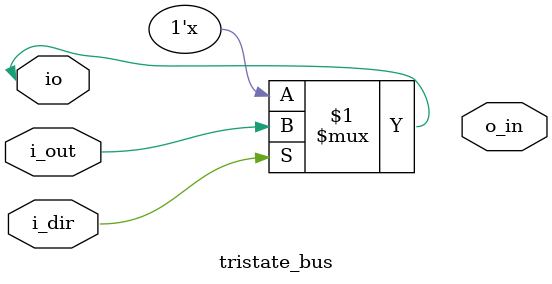
<source format=v>
module tristate (
        // Control side
        input wire  i_dir,
        input wire  i_out,
        output wire o_in,

        inout wire  io
    );

    assign io = i_dir ? i_out : 1'bZ;
    assign in = io;

endmodule

module tristate_bus #(
    parameter WIDTH   = 1
    )  (
        // Control side
        input wire [WIDTH-1:0]     i_dir,
        input wire [WIDTH-1:0]     i_out,
        output wire [WIDTH-1:0]    o_in,

        inout wire [WIDTH-1:0]     io
    );

    genvar i;
    generate
        for (i = 0; i < WIDTH; i = i+1) begin
            assign io[i] = i_dir[i] ? i_out[i] : 1'bZ;
            assign in[i] = io[i];
        end
    endgenerate

endmodule
</source>
